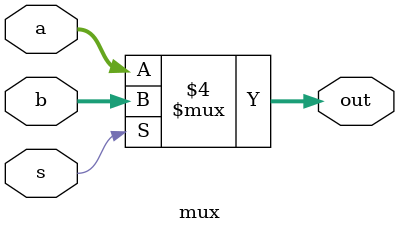
<source format=v>
module mux (
    input[7:0] a,b,
    input s,
    output reg[7:0] out
);

always @(*) begin
    if (s == 1'b0) begin
        out = a;
    end else begin
        out = b;
    end
end
    
endmodule
</source>
